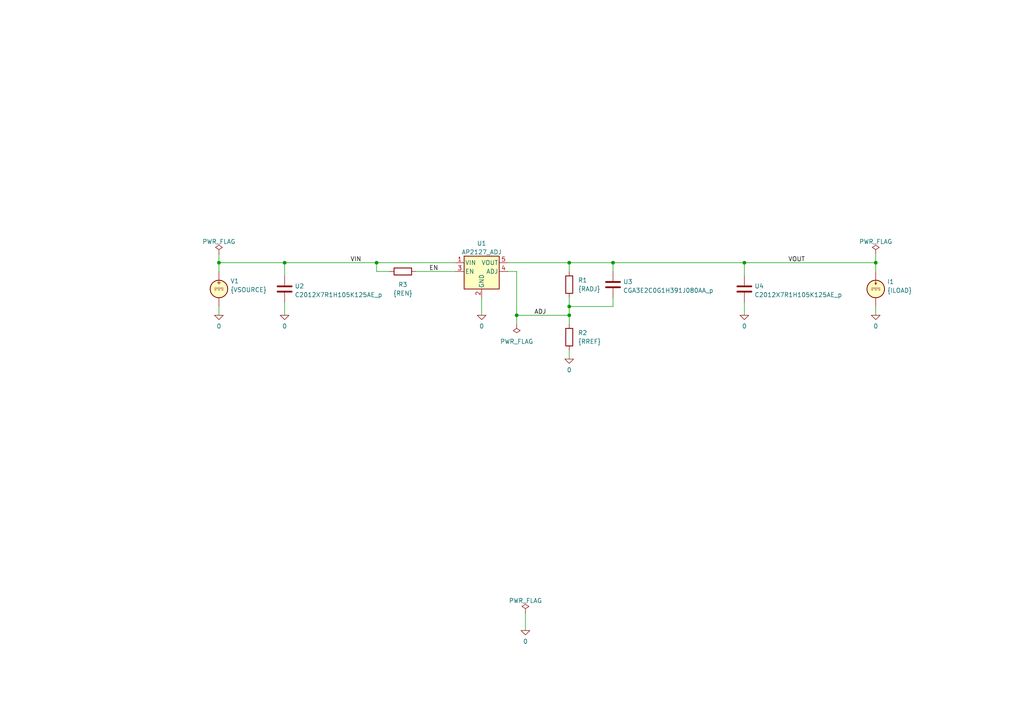
<source format=kicad_sch>
(kicad_sch (version 20211123) (generator eeschema)
  (paper "A4")
  (title_block (title "300MA High Speed, Extremely Low Noise CMOS LDO Regulator\n") (date "2022-11-03") (rev "V1R1") (company "astroelectronic@") (comment 1 "PCB: Not avaliable") (comment 2 "Simulator: LTSpice") (comment 3 "Part: AP2127") (comment 4 "Description: Basic configuration"))
  (lib_symbols
    (symbol "AE01005127:AP2127_ADJ" (pin_names (offset 0.254))
      (property "Reference" "U" (at -5.08 5.715 0))
      (property "Value" "AP2127_ADJ" (at 0 5.715 0))
      (symbol "AP2127_ADJ_0_1"
        (rectangle (start -5.08 4.445) (end 5.08 -5.08) (stroke (width 0.254)) (fill (type background)))
      )
      (symbol "AP2127_ADJ_1_1"
        (pin passive line (at -7.62 2.54 0) (length 2.54) (name "VIN") (number "1"))
        (pin passive line (at 0 -7.62 90) (length 2.54) (name "GND") (number "2"))
        (pin passive line (at -7.62 0 0) (length 2.54) (name "EN") (number "3"))
        (pin passive line (at 7.62 0 180) (length 2.54) (name "ADJ") (number "4"))
        (pin passive line (at 7.62 2.54 180) (length 2.54) (name "VOUT") (number "5"))
      )
    )
    (symbol "Device:C" (pin_numbers hide) (pin_names (offset 0.254))
      (property "Reference" "C" (at 0.635 2.54 0))
      (property "Value" "C" (at 0.635 -2.54 0))
      (symbol "C_0_1"
        (polyline (pts (xy -2.032 -0.762) (xy 2.032 -0.762)) (stroke (width 0.508)))
        (polyline (pts (xy -2.032 0.762) (xy 2.032 0.762)) (stroke (width 0.508)))
      )
      (symbol "C_1_1"
        (pin passive line (at 0 3.81 270) (length 2.794) (name "~") (number "1"))
        (pin passive line (at 0 -3.81 90) (length 2.794) (name "~") (number "2"))
      )
    )
    (symbol "Device:R" (pin_numbers hide) (pin_names (offset 0))
      (property "Reference" "R" (at 2.032 0 90))
      (property "Value" "R" (at 0 0 90))
      (symbol "R_0_1"
        (rectangle (start -1.016 -2.54) (end 1.016 2.54) (stroke (width 0.254)))
      )
      (symbol "R_1_1"
        (pin passive line (at 0 3.81 270) (length 1.27) (name "~") (number "1"))
        (pin passive line (at 0 -3.81 90) (length 1.27) (name "~") (number "2"))
      )
    )
    (symbol "Simulation_SPICE:IDC" (pin_numbers hide) (pin_names (offset 0.0254))
      (property "Reference" "I" (at 2.54 2.54 0))
      (property "Value" "IDC" (at 2.54 0 0))
      (property "Spice_Model" "dc(1)" (at 2.54 -2.54 0))
      (symbol "IDC_0_0"
        (polyline (pts (xy -1.27 0.254) (xy 1.27 0.254)))
        (polyline (pts (xy -0.762 -0.254) (xy -1.27 -0.254)))
        (polyline (pts (xy 0.254 -0.254) (xy -0.254 -0.254)))
        (polyline (pts (xy 1.27 -0.254) (xy 0.762 -0.254)))
      )
      (symbol "IDC_0_1"
        (polyline (pts (xy 0 1.27) (xy 0 2.286)))
        (polyline (pts (xy -0.254 1.778) (xy 0 1.27) (xy 0.254 1.778)))
        (circle (center 0 0) (radius 2.54) (stroke (width 0.254)) (fill (type background)))
      )
      (symbol "IDC_1_1"
        (pin passive line (at 0 5.08 270) (length 2.54) (name "~") (number "1"))
        (pin passive line (at 0 -5.08 90) (length 2.54) (name "~") (number "2"))
      )
    )
    (symbol "Simulation_SPICE:VDC" (pin_numbers hide) (pin_names (offset 0.0254))
      (property "Reference" "V" (at 2.54 2.54 0))
      (property "Value" "VDC" (at 2.54 0 0))
      (property "Spice_Model" "dc(1)" (at 2.54 -2.54 0))
      (symbol "VDC_0_0"
        (polyline (pts (xy -1.27 0.254) (xy 1.27 0.254)))
        (polyline (pts (xy -0.762 -0.254) (xy -1.27 -0.254)))
        (polyline (pts (xy 0.254 -0.254) (xy -0.254 -0.254)))
        (polyline (pts (xy 1.27 -0.254) (xy 0.762 -0.254)))
        (text "+" (at 0 1.905 0) (effects (font (size 1.27 1.27))))
      )
      (symbol "VDC_0_1"
        (circle (center 0 0) (radius 2.54) (stroke (width 0.254)) (fill (type background)))
      )
      (symbol "VDC_1_1"
        (pin passive line (at 0 5.08 270) (length 2.54) (name "~") (number "1"))
        (pin passive line (at 0 -5.08 90) (length 2.54) (name "~") (number "2"))
      )
    )
    (symbol "power:PWR_FLAG" (power) (pin_numbers hide) (pin_names (offset 0) hide)
      (property "Value" "PWR_FLAG" (at 0 3.81 0))
      (symbol "PWR_FLAG_0_0"
        (pin power_out line (at 0 0 90) (length 0) (name "pwr") (number "1"))
      )
      (symbol "PWR_FLAG_0_1"
        (polyline (pts (xy 0 0) (xy 0 1.27) (xy -1.016 1.905) (xy 0 2.54) (xy 1.016 1.905) (xy 0 1.27)))
      )
    )
    (symbol "pspice:0" (power) (pin_names (offset 0))
      (property "Value" "0" (at 0 -1.778 0))
      (symbol "0_0_1"
        (polyline (pts (xy -1.27 0) (xy 0 -1.27) (xy 1.27 0) (xy -1.27 0)))
      )
      (symbol "0_1_1"
        (pin power_in line (at 0 0 0) (length 0) hide (name "0") (number "1"))
      )
    )
  )
  (junction (at 165.1 76.2))
  (junction (at 165.1 91.44))
  (junction (at 109.22 76.2))
  (junction (at 177.8 76.2))
  (junction (at 149.86 91.44))
  (junction (at 63.5 76.2))
  (junction (at 82.55 76.2))
  (junction (at 165.1 88.9))
  (junction (at 215.9 76.2))
  (junction (at 254 76.2))
  (wire (pts (xy 82.55 80.01) (xy 82.55 76.2)))
  (wire (pts (xy 254 88.9) (xy 254 91.44)))
  (wire (pts (xy 63.5 88.9) (xy 63.5 91.44)))
  (wire (pts (xy 165.1 88.9) (xy 177.8 88.9)))
  (wire (pts (xy 177.8 78.74) (xy 177.8 76.2)))
  (wire (pts (xy 177.8 76.2) (xy 165.1 76.2)))
  (wire (pts (xy 254 73.66) (xy 254 76.2)))
  (wire (pts (xy 139.7 86.36) (xy 139.7 91.44)))
  (wire (pts (xy 215.9 76.2) (xy 254 76.2)))
  (wire (pts (xy 82.55 87.63) (xy 82.55 91.44)))
  (wire (pts (xy 215.9 80.01) (xy 215.9 76.2)))
  (wire (pts (xy 120.65 78.74) (xy 132.08 78.74)))
  (wire (pts (xy 149.86 78.74) (xy 149.86 91.44)))
  (wire (pts (xy 109.22 76.2) (xy 109.22 78.74)))
  (wire (pts (xy 82.55 76.2) (xy 109.22 76.2)))
  (wire (pts (xy 149.86 91.44) (xy 149.86 93.98)))
  (wire (pts (xy 152.4 177.8) (xy 152.4 182.88)))
  (wire (pts (xy 177.8 76.2) (xy 215.9 76.2)))
  (wire (pts (xy 165.1 76.2) (xy 165.1 78.74)))
  (wire (pts (xy 113.03 78.74) (xy 109.22 78.74)))
  (wire (pts (xy 254 78.74) (xy 254 76.2)))
  (wire (pts (xy 165.1 101.6) (xy 165.1 104.14)))
  (wire (pts (xy 215.9 87.63) (xy 215.9 91.44)))
  (wire (pts (xy 177.8 88.9) (xy 177.8 86.36)))
  (wire (pts (xy 165.1 86.36) (xy 165.1 88.9)))
  (wire (pts (xy 149.86 78.74) (xy 147.32 78.74)))
  (wire (pts (xy 165.1 91.44) (xy 149.86 91.44)))
  (wire (pts (xy 147.32 76.2) (xy 165.1 76.2)))
  (wire (pts (xy 165.1 91.44) (xy 165.1 93.98)))
  (wire (pts (xy 63.5 73.66) (xy 63.5 76.2)))
  (wire (pts (xy 165.1 88.9) (xy 165.1 91.44)))
  (wire (pts (xy 63.5 76.2) (xy 82.55 76.2)))
  (wire (pts (xy 109.22 76.2) (xy 132.08 76.2)))
  (wire (pts (xy 63.5 78.74) (xy 63.5 76.2)))
  (label "VOUT" (at 228.6 76.2 0))
  (label "ADJ" (at 154.94 91.44 0))
  (label "EN" (at 124.46 78.74 0))
  (label "VIN" (at 101.6 76.2 0))
  (symbol (lib_id "Simulation_SPICE:IDC") (at 254 83.82 0) (unit 1)
    (property "Reference" "I1" (at 257.302 81.7169 0) (effects (justify left)))
    (property "Value" "{ILOAD}" (at 257.302 84.2538 0) (effects (justify left)))
    (property "Spice_Netlist_Enabled" "Y" (effects hide))
    (property "Spice_Primitive" "I" (effects hide))
  )
  (symbol (lib_id "pspice:0") (at 82.55 91.44 0) (unit 1)
    (property "Reference" "#GND03" (effects hide))
    (property "Value" "0" (at 82.55 94.6134 0))
  )
  (symbol (lib_id "pspice:0") (at 63.5 91.44 0) (unit 1)
    (property "Reference" "#GND01" (effects hide))
    (property "Value" "0" (at 63.5 94.6134 0))
  )
  (symbol (lib_id "AE01005127:AP2127_ADJ") (at 139.7 78.74 0) (unit 1)
    (property "Reference" "U1" (at 139.7 70.5952 0))
    (property "Value" "AP2127_ADJ" (at 139.7 73.1321 0))
    (property "Footprint" "Package_TO_SOT_SMD:SOT-23-5" (effects hide))
    (property "Datasheet" "https://www.diodes.com/assets/Datasheets/AP2127.pdf" (effects hide))
    (property "Spice_Primitive" "X" (effects hide))
    (property "Spice_Model" "AP2127_ADJ" (effects hide))
    (property "Spice_Netlist_Enabled" "Y" (effects hide))
    (property "Spice_Lib_File" "..\\models\\AP2127.spice.txt" (effects hide))
  )
  (symbol (lib_id "power:PWR_FLAG") (at 152.4 177.8 0) (unit 1)
    (property "Reference" "#FLG03" (effects hide))
    (property "Value" "PWR_FLAG" (at 152.4 174.2242 0))
  )
  (symbol (lib_id "power:PWR_FLAG") (at 254 73.66 0) (unit 1)
    (property "Reference" "#FLG04" (effects hide))
    (property "Value" "PWR_FLAG" (at 254 70.0842 0))
  )
  (symbol (lib_id "power:PWR_FLAG") (at 149.86 93.98 180) (unit 1)
    (property "Reference" "#FLG02" (effects hide))
    (property "Value" "PWR_FLAG" (at 149.86 99.06 0))
  )
  (symbol (lib_id "pspice:0") (at 165.1 104.14 0) (unit 1)
    (property "Reference" "#GND06" (effects hide))
    (property "Value" "0" (at 165.1 107.3134 0))
  )
  (symbol (lib_id "Device:R") (at 165.1 82.55 0) (unit 1)
    (property "Reference" "R1" (at 167.64 81.2799 0) (effects (justify left)))
    (property "Value" "{RADJ}" (at 167.64 83.8199 0) (effects (justify left)))
  )
  (symbol (lib_id "Simulation_SPICE:VDC") (at 63.5 83.82 0) (unit 1)
    (property "Reference" "V1" (at 66.802 81.5271 0) (effects (justify left)))
    (property "Value" "{VSOURCE}" (at 66.802 84.064 0) (effects (justify left)))
    (property "Spice_Netlist_Enabled" "Y" (effects hide))
    (property "Spice_Primitive" "V" (effects hide))
  )
  (symbol (lib_id "Device:R") (at 165.1 97.79 0) (unit 1)
    (property "Reference" "R2" (at 167.64 96.5199 0) (effects (justify left)))
    (property "Value" "{RREF}" (at 167.64 99.0599 0) (effects (justify left)))
  )
  (symbol (lib_id "power:PWR_FLAG") (at 63.5 73.66 0) (unit 1)
    (property "Reference" "#FLG01" (effects hide))
    (property "Value" "PWR_FLAG" (at 63.5 70.0842 0))
  )
  (symbol (lib_id "Device:C") (at 215.9 83.82 0) (unit 1)
    (property "Reference" "U4" (at 218.821 82.9853 0) (effects (justify left)))
    (property "Value" "C2012X7R1H105K125AE_p" (at 218.821 85.5222 0) (effects (justify left)))
    (property "Spice_Primitive" "X" (effects hide))
    (property "Spice_Model" "C2012X7R1H105K125AE_p" (effects hide))
    (property "Spice_Netlist_Enabled" "Y" (effects hide))
    (property "Spice_Lib_File" "..\\models\\c2012x7r1h105k125ae_p.mod" (effects hide))
  )
  (symbol (lib_id "pspice:0") (at 215.9 91.44 0) (unit 1)
    (property "Reference" "#GND07" (effects hide))
    (property "Value" "0" (at 215.9 94.6134 0))
  )
  (symbol (lib_id "Device:R") (at 116.84 78.74 90) (mirror x) (unit 1)
    (property "Reference" "R3" (at 116.84 82.55 90))
    (property "Value" "{REN}" (at 116.84 85.09 90))
  )
  (symbol (lib_id "pspice:0") (at 254 91.44 0) (unit 1)
    (property "Reference" "#GND08" (effects hide))
    (property "Value" "0" (at 254 94.6134 0))
  )
  (symbol (lib_id "pspice:0") (at 139.7 91.44 0) (unit 1)
    (property "Reference" "#GND04" (effects hide))
    (property "Value" "0" (at 139.7 94.6134 0))
  )
  (symbol (lib_id "Device:C") (at 82.55 83.82 0) (unit 1)
    (property "Reference" "U2" (at 85.471 82.9853 0) (effects (justify left)))
    (property "Value" "C2012X7R1H105K125AE_p" (at 85.471 85.5222 0) (effects (justify left)))
    (property "Spice_Primitive" "X" (effects hide))
    (property "Spice_Model" "C2012X7R1H105K125AE_p" (effects hide))
    (property "Spice_Netlist_Enabled" "Y" (effects hide))
    (property "Spice_Lib_File" "..\\models\\c2012x7r1h105k125ae_p.mod" (effects hide))
  )
  (symbol (lib_id "Device:C") (at 177.8 82.55 0) (unit 1)
    (property "Reference" "U3" (at 180.721 81.7153 0) (effects (justify left)))
    (property "Value" "CGA3E2C0G1H391J080AA_p" (at 180.721 84.2522 0) (effects (justify left)))
    (property "Spice_Primitive" "X" (effects hide))
    (property "Spice_Model" "CGA3E2C0G1H391J080AA_p" (effects hide))
    (property "Spice_Netlist_Enabled" "Y" (effects hide))
    (property "Spice_Lib_File" "..\\models\\cga3e2c0g1h391j080aa_p.mod" (effects hide))
  )
  (symbol (lib_id "pspice:0") (at 152.4 182.88 0) (unit 1)
    (property "Reference" "#GND05" (effects hide))
    (property "Value" "0" (at 152.4 186.0534 0))
  )
)
</source>
